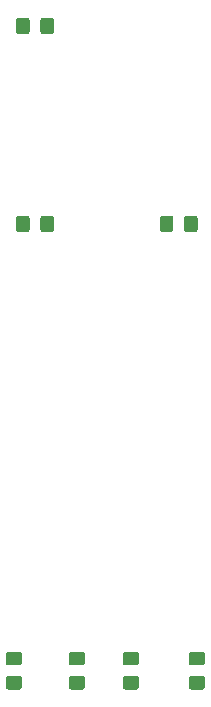
<source format=gbr>
G04 #@! TF.GenerationSoftware,KiCad,Pcbnew,(5.1.5-0-10_14)*
G04 #@! TF.CreationDate,2021-03-12T21:21:17+01:00*
G04 #@! TF.ProjectId,es_base,65735f62-6173-4652-9e6b-696361645f70,rev?*
G04 #@! TF.SameCoordinates,Original*
G04 #@! TF.FileFunction,Paste,Top*
G04 #@! TF.FilePolarity,Positive*
%FSLAX46Y46*%
G04 Gerber Fmt 4.6, Leading zero omitted, Abs format (unit mm)*
G04 Created by KiCad (PCBNEW (5.1.5-0-10_14)) date 2021-03-12 21:21:17*
%MOMM*%
%LPD*%
G04 APERTURE LIST*
%ADD10C,0.100000*%
G04 APERTURE END LIST*
D10*
G36*
X135348505Y-118280204D02*
G01*
X135372773Y-118283804D01*
X135396572Y-118289765D01*
X135419671Y-118298030D01*
X135441850Y-118308520D01*
X135462893Y-118321132D01*
X135482599Y-118335747D01*
X135500777Y-118352223D01*
X135517253Y-118370401D01*
X135531868Y-118390107D01*
X135544480Y-118411150D01*
X135554970Y-118433329D01*
X135563235Y-118456428D01*
X135569196Y-118480227D01*
X135572796Y-118504495D01*
X135574000Y-118528999D01*
X135574000Y-119179001D01*
X135572796Y-119203505D01*
X135569196Y-119227773D01*
X135563235Y-119251572D01*
X135554970Y-119274671D01*
X135544480Y-119296850D01*
X135531868Y-119317893D01*
X135517253Y-119337599D01*
X135500777Y-119355777D01*
X135482599Y-119372253D01*
X135462893Y-119386868D01*
X135441850Y-119399480D01*
X135419671Y-119409970D01*
X135396572Y-119418235D01*
X135372773Y-119424196D01*
X135348505Y-119427796D01*
X135324001Y-119429000D01*
X134423999Y-119429000D01*
X134399495Y-119427796D01*
X134375227Y-119424196D01*
X134351428Y-119418235D01*
X134328329Y-119409970D01*
X134306150Y-119399480D01*
X134285107Y-119386868D01*
X134265401Y-119372253D01*
X134247223Y-119355777D01*
X134230747Y-119337599D01*
X134216132Y-119317893D01*
X134203520Y-119296850D01*
X134193030Y-119274671D01*
X134184765Y-119251572D01*
X134178804Y-119227773D01*
X134175204Y-119203505D01*
X134174000Y-119179001D01*
X134174000Y-118528999D01*
X134175204Y-118504495D01*
X134178804Y-118480227D01*
X134184765Y-118456428D01*
X134193030Y-118433329D01*
X134203520Y-118411150D01*
X134216132Y-118390107D01*
X134230747Y-118370401D01*
X134247223Y-118352223D01*
X134265401Y-118335747D01*
X134285107Y-118321132D01*
X134306150Y-118308520D01*
X134328329Y-118298030D01*
X134351428Y-118289765D01*
X134375227Y-118283804D01*
X134399495Y-118280204D01*
X134423999Y-118279000D01*
X135324001Y-118279000D01*
X135348505Y-118280204D01*
G37*
G36*
X135348505Y-120330204D02*
G01*
X135372773Y-120333804D01*
X135396572Y-120339765D01*
X135419671Y-120348030D01*
X135441850Y-120358520D01*
X135462893Y-120371132D01*
X135482599Y-120385747D01*
X135500777Y-120402223D01*
X135517253Y-120420401D01*
X135531868Y-120440107D01*
X135544480Y-120461150D01*
X135554970Y-120483329D01*
X135563235Y-120506428D01*
X135569196Y-120530227D01*
X135572796Y-120554495D01*
X135574000Y-120578999D01*
X135574000Y-121229001D01*
X135572796Y-121253505D01*
X135569196Y-121277773D01*
X135563235Y-121301572D01*
X135554970Y-121324671D01*
X135544480Y-121346850D01*
X135531868Y-121367893D01*
X135517253Y-121387599D01*
X135500777Y-121405777D01*
X135482599Y-121422253D01*
X135462893Y-121436868D01*
X135441850Y-121449480D01*
X135419671Y-121459970D01*
X135396572Y-121468235D01*
X135372773Y-121474196D01*
X135348505Y-121477796D01*
X135324001Y-121479000D01*
X134423999Y-121479000D01*
X134399495Y-121477796D01*
X134375227Y-121474196D01*
X134351428Y-121468235D01*
X134328329Y-121459970D01*
X134306150Y-121449480D01*
X134285107Y-121436868D01*
X134265401Y-121422253D01*
X134247223Y-121405777D01*
X134230747Y-121387599D01*
X134216132Y-121367893D01*
X134203520Y-121346850D01*
X134193030Y-121324671D01*
X134184765Y-121301572D01*
X134178804Y-121277773D01*
X134175204Y-121253505D01*
X134174000Y-121229001D01*
X134174000Y-120578999D01*
X134175204Y-120554495D01*
X134178804Y-120530227D01*
X134184765Y-120506428D01*
X134193030Y-120483329D01*
X134203520Y-120461150D01*
X134216132Y-120440107D01*
X134230747Y-120420401D01*
X134247223Y-120402223D01*
X134265401Y-120385747D01*
X134285107Y-120371132D01*
X134306150Y-120358520D01*
X134328329Y-120348030D01*
X134351428Y-120339765D01*
X134375227Y-120333804D01*
X134399495Y-120330204D01*
X134423999Y-120329000D01*
X135324001Y-120329000D01*
X135348505Y-120330204D01*
G37*
G36*
X129760505Y-118280204D02*
G01*
X129784773Y-118283804D01*
X129808572Y-118289765D01*
X129831671Y-118298030D01*
X129853850Y-118308520D01*
X129874893Y-118321132D01*
X129894599Y-118335747D01*
X129912777Y-118352223D01*
X129929253Y-118370401D01*
X129943868Y-118390107D01*
X129956480Y-118411150D01*
X129966970Y-118433329D01*
X129975235Y-118456428D01*
X129981196Y-118480227D01*
X129984796Y-118504495D01*
X129986000Y-118528999D01*
X129986000Y-119179001D01*
X129984796Y-119203505D01*
X129981196Y-119227773D01*
X129975235Y-119251572D01*
X129966970Y-119274671D01*
X129956480Y-119296850D01*
X129943868Y-119317893D01*
X129929253Y-119337599D01*
X129912777Y-119355777D01*
X129894599Y-119372253D01*
X129874893Y-119386868D01*
X129853850Y-119399480D01*
X129831671Y-119409970D01*
X129808572Y-119418235D01*
X129784773Y-119424196D01*
X129760505Y-119427796D01*
X129736001Y-119429000D01*
X128835999Y-119429000D01*
X128811495Y-119427796D01*
X128787227Y-119424196D01*
X128763428Y-119418235D01*
X128740329Y-119409970D01*
X128718150Y-119399480D01*
X128697107Y-119386868D01*
X128677401Y-119372253D01*
X128659223Y-119355777D01*
X128642747Y-119337599D01*
X128628132Y-119317893D01*
X128615520Y-119296850D01*
X128605030Y-119274671D01*
X128596765Y-119251572D01*
X128590804Y-119227773D01*
X128587204Y-119203505D01*
X128586000Y-119179001D01*
X128586000Y-118528999D01*
X128587204Y-118504495D01*
X128590804Y-118480227D01*
X128596765Y-118456428D01*
X128605030Y-118433329D01*
X128615520Y-118411150D01*
X128628132Y-118390107D01*
X128642747Y-118370401D01*
X128659223Y-118352223D01*
X128677401Y-118335747D01*
X128697107Y-118321132D01*
X128718150Y-118308520D01*
X128740329Y-118298030D01*
X128763428Y-118289765D01*
X128787227Y-118283804D01*
X128811495Y-118280204D01*
X128835999Y-118279000D01*
X129736001Y-118279000D01*
X129760505Y-118280204D01*
G37*
G36*
X129760505Y-120330204D02*
G01*
X129784773Y-120333804D01*
X129808572Y-120339765D01*
X129831671Y-120348030D01*
X129853850Y-120358520D01*
X129874893Y-120371132D01*
X129894599Y-120385747D01*
X129912777Y-120402223D01*
X129929253Y-120420401D01*
X129943868Y-120440107D01*
X129956480Y-120461150D01*
X129966970Y-120483329D01*
X129975235Y-120506428D01*
X129981196Y-120530227D01*
X129984796Y-120554495D01*
X129986000Y-120578999D01*
X129986000Y-121229001D01*
X129984796Y-121253505D01*
X129981196Y-121277773D01*
X129975235Y-121301572D01*
X129966970Y-121324671D01*
X129956480Y-121346850D01*
X129943868Y-121367893D01*
X129929253Y-121387599D01*
X129912777Y-121405777D01*
X129894599Y-121422253D01*
X129874893Y-121436868D01*
X129853850Y-121449480D01*
X129831671Y-121459970D01*
X129808572Y-121468235D01*
X129784773Y-121474196D01*
X129760505Y-121477796D01*
X129736001Y-121479000D01*
X128835999Y-121479000D01*
X128811495Y-121477796D01*
X128787227Y-121474196D01*
X128763428Y-121468235D01*
X128740329Y-121459970D01*
X128718150Y-121449480D01*
X128697107Y-121436868D01*
X128677401Y-121422253D01*
X128659223Y-121405777D01*
X128642747Y-121387599D01*
X128628132Y-121367893D01*
X128615520Y-121346850D01*
X128605030Y-121324671D01*
X128596765Y-121301572D01*
X128590804Y-121277773D01*
X128587204Y-121253505D01*
X128586000Y-121229001D01*
X128586000Y-120578999D01*
X128587204Y-120554495D01*
X128590804Y-120530227D01*
X128596765Y-120506428D01*
X128605030Y-120483329D01*
X128615520Y-120461150D01*
X128628132Y-120440107D01*
X128642747Y-120420401D01*
X128659223Y-120402223D01*
X128677401Y-120385747D01*
X128697107Y-120371132D01*
X128718150Y-120358520D01*
X128740329Y-120348030D01*
X128763428Y-120339765D01*
X128787227Y-120333804D01*
X128811495Y-120330204D01*
X128835999Y-120329000D01*
X129736001Y-120329000D01*
X129760505Y-120330204D01*
G37*
G36*
X125188505Y-118280204D02*
G01*
X125212773Y-118283804D01*
X125236572Y-118289765D01*
X125259671Y-118298030D01*
X125281850Y-118308520D01*
X125302893Y-118321132D01*
X125322599Y-118335747D01*
X125340777Y-118352223D01*
X125357253Y-118370401D01*
X125371868Y-118390107D01*
X125384480Y-118411150D01*
X125394970Y-118433329D01*
X125403235Y-118456428D01*
X125409196Y-118480227D01*
X125412796Y-118504495D01*
X125414000Y-118528999D01*
X125414000Y-119179001D01*
X125412796Y-119203505D01*
X125409196Y-119227773D01*
X125403235Y-119251572D01*
X125394970Y-119274671D01*
X125384480Y-119296850D01*
X125371868Y-119317893D01*
X125357253Y-119337599D01*
X125340777Y-119355777D01*
X125322599Y-119372253D01*
X125302893Y-119386868D01*
X125281850Y-119399480D01*
X125259671Y-119409970D01*
X125236572Y-119418235D01*
X125212773Y-119424196D01*
X125188505Y-119427796D01*
X125164001Y-119429000D01*
X124263999Y-119429000D01*
X124239495Y-119427796D01*
X124215227Y-119424196D01*
X124191428Y-119418235D01*
X124168329Y-119409970D01*
X124146150Y-119399480D01*
X124125107Y-119386868D01*
X124105401Y-119372253D01*
X124087223Y-119355777D01*
X124070747Y-119337599D01*
X124056132Y-119317893D01*
X124043520Y-119296850D01*
X124033030Y-119274671D01*
X124024765Y-119251572D01*
X124018804Y-119227773D01*
X124015204Y-119203505D01*
X124014000Y-119179001D01*
X124014000Y-118528999D01*
X124015204Y-118504495D01*
X124018804Y-118480227D01*
X124024765Y-118456428D01*
X124033030Y-118433329D01*
X124043520Y-118411150D01*
X124056132Y-118390107D01*
X124070747Y-118370401D01*
X124087223Y-118352223D01*
X124105401Y-118335747D01*
X124125107Y-118321132D01*
X124146150Y-118308520D01*
X124168329Y-118298030D01*
X124191428Y-118289765D01*
X124215227Y-118283804D01*
X124239495Y-118280204D01*
X124263999Y-118279000D01*
X125164001Y-118279000D01*
X125188505Y-118280204D01*
G37*
G36*
X125188505Y-120330204D02*
G01*
X125212773Y-120333804D01*
X125236572Y-120339765D01*
X125259671Y-120348030D01*
X125281850Y-120358520D01*
X125302893Y-120371132D01*
X125322599Y-120385747D01*
X125340777Y-120402223D01*
X125357253Y-120420401D01*
X125371868Y-120440107D01*
X125384480Y-120461150D01*
X125394970Y-120483329D01*
X125403235Y-120506428D01*
X125409196Y-120530227D01*
X125412796Y-120554495D01*
X125414000Y-120578999D01*
X125414000Y-121229001D01*
X125412796Y-121253505D01*
X125409196Y-121277773D01*
X125403235Y-121301572D01*
X125394970Y-121324671D01*
X125384480Y-121346850D01*
X125371868Y-121367893D01*
X125357253Y-121387599D01*
X125340777Y-121405777D01*
X125322599Y-121422253D01*
X125302893Y-121436868D01*
X125281850Y-121449480D01*
X125259671Y-121459970D01*
X125236572Y-121468235D01*
X125212773Y-121474196D01*
X125188505Y-121477796D01*
X125164001Y-121479000D01*
X124263999Y-121479000D01*
X124239495Y-121477796D01*
X124215227Y-121474196D01*
X124191428Y-121468235D01*
X124168329Y-121459970D01*
X124146150Y-121449480D01*
X124125107Y-121436868D01*
X124105401Y-121422253D01*
X124087223Y-121405777D01*
X124070747Y-121387599D01*
X124056132Y-121367893D01*
X124043520Y-121346850D01*
X124033030Y-121324671D01*
X124024765Y-121301572D01*
X124018804Y-121277773D01*
X124015204Y-121253505D01*
X124014000Y-121229001D01*
X124014000Y-120578999D01*
X124015204Y-120554495D01*
X124018804Y-120530227D01*
X124024765Y-120506428D01*
X124033030Y-120483329D01*
X124043520Y-120461150D01*
X124056132Y-120440107D01*
X124070747Y-120420401D01*
X124087223Y-120402223D01*
X124105401Y-120385747D01*
X124125107Y-120371132D01*
X124146150Y-120358520D01*
X124168329Y-120348030D01*
X124191428Y-120339765D01*
X124215227Y-120333804D01*
X124239495Y-120330204D01*
X124263999Y-120329000D01*
X125164001Y-120329000D01*
X125188505Y-120330204D01*
G37*
G36*
X119854505Y-118280204D02*
G01*
X119878773Y-118283804D01*
X119902572Y-118289765D01*
X119925671Y-118298030D01*
X119947850Y-118308520D01*
X119968893Y-118321132D01*
X119988599Y-118335747D01*
X120006777Y-118352223D01*
X120023253Y-118370401D01*
X120037868Y-118390107D01*
X120050480Y-118411150D01*
X120060970Y-118433329D01*
X120069235Y-118456428D01*
X120075196Y-118480227D01*
X120078796Y-118504495D01*
X120080000Y-118528999D01*
X120080000Y-119179001D01*
X120078796Y-119203505D01*
X120075196Y-119227773D01*
X120069235Y-119251572D01*
X120060970Y-119274671D01*
X120050480Y-119296850D01*
X120037868Y-119317893D01*
X120023253Y-119337599D01*
X120006777Y-119355777D01*
X119988599Y-119372253D01*
X119968893Y-119386868D01*
X119947850Y-119399480D01*
X119925671Y-119409970D01*
X119902572Y-119418235D01*
X119878773Y-119424196D01*
X119854505Y-119427796D01*
X119830001Y-119429000D01*
X118929999Y-119429000D01*
X118905495Y-119427796D01*
X118881227Y-119424196D01*
X118857428Y-119418235D01*
X118834329Y-119409970D01*
X118812150Y-119399480D01*
X118791107Y-119386868D01*
X118771401Y-119372253D01*
X118753223Y-119355777D01*
X118736747Y-119337599D01*
X118722132Y-119317893D01*
X118709520Y-119296850D01*
X118699030Y-119274671D01*
X118690765Y-119251572D01*
X118684804Y-119227773D01*
X118681204Y-119203505D01*
X118680000Y-119179001D01*
X118680000Y-118528999D01*
X118681204Y-118504495D01*
X118684804Y-118480227D01*
X118690765Y-118456428D01*
X118699030Y-118433329D01*
X118709520Y-118411150D01*
X118722132Y-118390107D01*
X118736747Y-118370401D01*
X118753223Y-118352223D01*
X118771401Y-118335747D01*
X118791107Y-118321132D01*
X118812150Y-118308520D01*
X118834329Y-118298030D01*
X118857428Y-118289765D01*
X118881227Y-118283804D01*
X118905495Y-118280204D01*
X118929999Y-118279000D01*
X119830001Y-118279000D01*
X119854505Y-118280204D01*
G37*
G36*
X119854505Y-120330204D02*
G01*
X119878773Y-120333804D01*
X119902572Y-120339765D01*
X119925671Y-120348030D01*
X119947850Y-120358520D01*
X119968893Y-120371132D01*
X119988599Y-120385747D01*
X120006777Y-120402223D01*
X120023253Y-120420401D01*
X120037868Y-120440107D01*
X120050480Y-120461150D01*
X120060970Y-120483329D01*
X120069235Y-120506428D01*
X120075196Y-120530227D01*
X120078796Y-120554495D01*
X120080000Y-120578999D01*
X120080000Y-121229001D01*
X120078796Y-121253505D01*
X120075196Y-121277773D01*
X120069235Y-121301572D01*
X120060970Y-121324671D01*
X120050480Y-121346850D01*
X120037868Y-121367893D01*
X120023253Y-121387599D01*
X120006777Y-121405777D01*
X119988599Y-121422253D01*
X119968893Y-121436868D01*
X119947850Y-121449480D01*
X119925671Y-121459970D01*
X119902572Y-121468235D01*
X119878773Y-121474196D01*
X119854505Y-121477796D01*
X119830001Y-121479000D01*
X118929999Y-121479000D01*
X118905495Y-121477796D01*
X118881227Y-121474196D01*
X118857428Y-121468235D01*
X118834329Y-121459970D01*
X118812150Y-121449480D01*
X118791107Y-121436868D01*
X118771401Y-121422253D01*
X118753223Y-121405777D01*
X118736747Y-121387599D01*
X118722132Y-121367893D01*
X118709520Y-121346850D01*
X118699030Y-121324671D01*
X118690765Y-121301572D01*
X118684804Y-121277773D01*
X118681204Y-121253505D01*
X118680000Y-121229001D01*
X118680000Y-120578999D01*
X118681204Y-120554495D01*
X118684804Y-120530227D01*
X118690765Y-120506428D01*
X118699030Y-120483329D01*
X118709520Y-120461150D01*
X118722132Y-120440107D01*
X118736747Y-120420401D01*
X118753223Y-120402223D01*
X118771401Y-120385747D01*
X118791107Y-120371132D01*
X118812150Y-120358520D01*
X118834329Y-120348030D01*
X118857428Y-120339765D01*
X118881227Y-120333804D01*
X118905495Y-120330204D01*
X118929999Y-120329000D01*
X119830001Y-120329000D01*
X119854505Y-120330204D01*
G37*
G36*
X132665505Y-81343204D02*
G01*
X132689773Y-81346804D01*
X132713572Y-81352765D01*
X132736671Y-81361030D01*
X132758850Y-81371520D01*
X132779893Y-81384132D01*
X132799599Y-81398747D01*
X132817777Y-81415223D01*
X132834253Y-81433401D01*
X132848868Y-81453107D01*
X132861480Y-81474150D01*
X132871970Y-81496329D01*
X132880235Y-81519428D01*
X132886196Y-81543227D01*
X132889796Y-81567495D01*
X132891000Y-81591999D01*
X132891000Y-82492001D01*
X132889796Y-82516505D01*
X132886196Y-82540773D01*
X132880235Y-82564572D01*
X132871970Y-82587671D01*
X132861480Y-82609850D01*
X132848868Y-82630893D01*
X132834253Y-82650599D01*
X132817777Y-82668777D01*
X132799599Y-82685253D01*
X132779893Y-82699868D01*
X132758850Y-82712480D01*
X132736671Y-82722970D01*
X132713572Y-82731235D01*
X132689773Y-82737196D01*
X132665505Y-82740796D01*
X132641001Y-82742000D01*
X131990999Y-82742000D01*
X131966495Y-82740796D01*
X131942227Y-82737196D01*
X131918428Y-82731235D01*
X131895329Y-82722970D01*
X131873150Y-82712480D01*
X131852107Y-82699868D01*
X131832401Y-82685253D01*
X131814223Y-82668777D01*
X131797747Y-82650599D01*
X131783132Y-82630893D01*
X131770520Y-82609850D01*
X131760030Y-82587671D01*
X131751765Y-82564572D01*
X131745804Y-82540773D01*
X131742204Y-82516505D01*
X131741000Y-82492001D01*
X131741000Y-81591999D01*
X131742204Y-81567495D01*
X131745804Y-81543227D01*
X131751765Y-81519428D01*
X131760030Y-81496329D01*
X131770520Y-81474150D01*
X131783132Y-81453107D01*
X131797747Y-81433401D01*
X131814223Y-81415223D01*
X131832401Y-81398747D01*
X131852107Y-81384132D01*
X131873150Y-81371520D01*
X131895329Y-81361030D01*
X131918428Y-81352765D01*
X131942227Y-81346804D01*
X131966495Y-81343204D01*
X131990999Y-81342000D01*
X132641001Y-81342000D01*
X132665505Y-81343204D01*
G37*
G36*
X134715505Y-81343204D02*
G01*
X134739773Y-81346804D01*
X134763572Y-81352765D01*
X134786671Y-81361030D01*
X134808850Y-81371520D01*
X134829893Y-81384132D01*
X134849599Y-81398747D01*
X134867777Y-81415223D01*
X134884253Y-81433401D01*
X134898868Y-81453107D01*
X134911480Y-81474150D01*
X134921970Y-81496329D01*
X134930235Y-81519428D01*
X134936196Y-81543227D01*
X134939796Y-81567495D01*
X134941000Y-81591999D01*
X134941000Y-82492001D01*
X134939796Y-82516505D01*
X134936196Y-82540773D01*
X134930235Y-82564572D01*
X134921970Y-82587671D01*
X134911480Y-82609850D01*
X134898868Y-82630893D01*
X134884253Y-82650599D01*
X134867777Y-82668777D01*
X134849599Y-82685253D01*
X134829893Y-82699868D01*
X134808850Y-82712480D01*
X134786671Y-82722970D01*
X134763572Y-82731235D01*
X134739773Y-82737196D01*
X134715505Y-82740796D01*
X134691001Y-82742000D01*
X134040999Y-82742000D01*
X134016495Y-82740796D01*
X133992227Y-82737196D01*
X133968428Y-82731235D01*
X133945329Y-82722970D01*
X133923150Y-82712480D01*
X133902107Y-82699868D01*
X133882401Y-82685253D01*
X133864223Y-82668777D01*
X133847747Y-82650599D01*
X133833132Y-82630893D01*
X133820520Y-82609850D01*
X133810030Y-82587671D01*
X133801765Y-82564572D01*
X133795804Y-82540773D01*
X133792204Y-82516505D01*
X133791000Y-82492001D01*
X133791000Y-81591999D01*
X133792204Y-81567495D01*
X133795804Y-81543227D01*
X133801765Y-81519428D01*
X133810030Y-81496329D01*
X133820520Y-81474150D01*
X133833132Y-81453107D01*
X133847747Y-81433401D01*
X133864223Y-81415223D01*
X133882401Y-81398747D01*
X133902107Y-81384132D01*
X133923150Y-81371520D01*
X133945329Y-81361030D01*
X133968428Y-81352765D01*
X133992227Y-81346804D01*
X134016495Y-81343204D01*
X134040999Y-81342000D01*
X134691001Y-81342000D01*
X134715505Y-81343204D01*
G37*
G36*
X122541505Y-81343204D02*
G01*
X122565773Y-81346804D01*
X122589572Y-81352765D01*
X122612671Y-81361030D01*
X122634850Y-81371520D01*
X122655893Y-81384132D01*
X122675599Y-81398747D01*
X122693777Y-81415223D01*
X122710253Y-81433401D01*
X122724868Y-81453107D01*
X122737480Y-81474150D01*
X122747970Y-81496329D01*
X122756235Y-81519428D01*
X122762196Y-81543227D01*
X122765796Y-81567495D01*
X122767000Y-81591999D01*
X122767000Y-82492001D01*
X122765796Y-82516505D01*
X122762196Y-82540773D01*
X122756235Y-82564572D01*
X122747970Y-82587671D01*
X122737480Y-82609850D01*
X122724868Y-82630893D01*
X122710253Y-82650599D01*
X122693777Y-82668777D01*
X122675599Y-82685253D01*
X122655893Y-82699868D01*
X122634850Y-82712480D01*
X122612671Y-82722970D01*
X122589572Y-82731235D01*
X122565773Y-82737196D01*
X122541505Y-82740796D01*
X122517001Y-82742000D01*
X121866999Y-82742000D01*
X121842495Y-82740796D01*
X121818227Y-82737196D01*
X121794428Y-82731235D01*
X121771329Y-82722970D01*
X121749150Y-82712480D01*
X121728107Y-82699868D01*
X121708401Y-82685253D01*
X121690223Y-82668777D01*
X121673747Y-82650599D01*
X121659132Y-82630893D01*
X121646520Y-82609850D01*
X121636030Y-82587671D01*
X121627765Y-82564572D01*
X121621804Y-82540773D01*
X121618204Y-82516505D01*
X121617000Y-82492001D01*
X121617000Y-81591999D01*
X121618204Y-81567495D01*
X121621804Y-81543227D01*
X121627765Y-81519428D01*
X121636030Y-81496329D01*
X121646520Y-81474150D01*
X121659132Y-81453107D01*
X121673747Y-81433401D01*
X121690223Y-81415223D01*
X121708401Y-81398747D01*
X121728107Y-81384132D01*
X121749150Y-81371520D01*
X121771329Y-81361030D01*
X121794428Y-81352765D01*
X121818227Y-81346804D01*
X121842495Y-81343204D01*
X121866999Y-81342000D01*
X122517001Y-81342000D01*
X122541505Y-81343204D01*
G37*
G36*
X120491505Y-81343204D02*
G01*
X120515773Y-81346804D01*
X120539572Y-81352765D01*
X120562671Y-81361030D01*
X120584850Y-81371520D01*
X120605893Y-81384132D01*
X120625599Y-81398747D01*
X120643777Y-81415223D01*
X120660253Y-81433401D01*
X120674868Y-81453107D01*
X120687480Y-81474150D01*
X120697970Y-81496329D01*
X120706235Y-81519428D01*
X120712196Y-81543227D01*
X120715796Y-81567495D01*
X120717000Y-81591999D01*
X120717000Y-82492001D01*
X120715796Y-82516505D01*
X120712196Y-82540773D01*
X120706235Y-82564572D01*
X120697970Y-82587671D01*
X120687480Y-82609850D01*
X120674868Y-82630893D01*
X120660253Y-82650599D01*
X120643777Y-82668777D01*
X120625599Y-82685253D01*
X120605893Y-82699868D01*
X120584850Y-82712480D01*
X120562671Y-82722970D01*
X120539572Y-82731235D01*
X120515773Y-82737196D01*
X120491505Y-82740796D01*
X120467001Y-82742000D01*
X119816999Y-82742000D01*
X119792495Y-82740796D01*
X119768227Y-82737196D01*
X119744428Y-82731235D01*
X119721329Y-82722970D01*
X119699150Y-82712480D01*
X119678107Y-82699868D01*
X119658401Y-82685253D01*
X119640223Y-82668777D01*
X119623747Y-82650599D01*
X119609132Y-82630893D01*
X119596520Y-82609850D01*
X119586030Y-82587671D01*
X119577765Y-82564572D01*
X119571804Y-82540773D01*
X119568204Y-82516505D01*
X119567000Y-82492001D01*
X119567000Y-81591999D01*
X119568204Y-81567495D01*
X119571804Y-81543227D01*
X119577765Y-81519428D01*
X119586030Y-81496329D01*
X119596520Y-81474150D01*
X119609132Y-81453107D01*
X119623747Y-81433401D01*
X119640223Y-81415223D01*
X119658401Y-81398747D01*
X119678107Y-81384132D01*
X119699150Y-81371520D01*
X119721329Y-81361030D01*
X119744428Y-81352765D01*
X119768227Y-81346804D01*
X119792495Y-81343204D01*
X119816999Y-81342000D01*
X120467001Y-81342000D01*
X120491505Y-81343204D01*
G37*
G36*
X122541505Y-64579204D02*
G01*
X122565773Y-64582804D01*
X122589572Y-64588765D01*
X122612671Y-64597030D01*
X122634850Y-64607520D01*
X122655893Y-64620132D01*
X122675599Y-64634747D01*
X122693777Y-64651223D01*
X122710253Y-64669401D01*
X122724868Y-64689107D01*
X122737480Y-64710150D01*
X122747970Y-64732329D01*
X122756235Y-64755428D01*
X122762196Y-64779227D01*
X122765796Y-64803495D01*
X122767000Y-64827999D01*
X122767000Y-65728001D01*
X122765796Y-65752505D01*
X122762196Y-65776773D01*
X122756235Y-65800572D01*
X122747970Y-65823671D01*
X122737480Y-65845850D01*
X122724868Y-65866893D01*
X122710253Y-65886599D01*
X122693777Y-65904777D01*
X122675599Y-65921253D01*
X122655893Y-65935868D01*
X122634850Y-65948480D01*
X122612671Y-65958970D01*
X122589572Y-65967235D01*
X122565773Y-65973196D01*
X122541505Y-65976796D01*
X122517001Y-65978000D01*
X121866999Y-65978000D01*
X121842495Y-65976796D01*
X121818227Y-65973196D01*
X121794428Y-65967235D01*
X121771329Y-65958970D01*
X121749150Y-65948480D01*
X121728107Y-65935868D01*
X121708401Y-65921253D01*
X121690223Y-65904777D01*
X121673747Y-65886599D01*
X121659132Y-65866893D01*
X121646520Y-65845850D01*
X121636030Y-65823671D01*
X121627765Y-65800572D01*
X121621804Y-65776773D01*
X121618204Y-65752505D01*
X121617000Y-65728001D01*
X121617000Y-64827999D01*
X121618204Y-64803495D01*
X121621804Y-64779227D01*
X121627765Y-64755428D01*
X121636030Y-64732329D01*
X121646520Y-64710150D01*
X121659132Y-64689107D01*
X121673747Y-64669401D01*
X121690223Y-64651223D01*
X121708401Y-64634747D01*
X121728107Y-64620132D01*
X121749150Y-64607520D01*
X121771329Y-64597030D01*
X121794428Y-64588765D01*
X121818227Y-64582804D01*
X121842495Y-64579204D01*
X121866999Y-64578000D01*
X122517001Y-64578000D01*
X122541505Y-64579204D01*
G37*
G36*
X120491505Y-64579204D02*
G01*
X120515773Y-64582804D01*
X120539572Y-64588765D01*
X120562671Y-64597030D01*
X120584850Y-64607520D01*
X120605893Y-64620132D01*
X120625599Y-64634747D01*
X120643777Y-64651223D01*
X120660253Y-64669401D01*
X120674868Y-64689107D01*
X120687480Y-64710150D01*
X120697970Y-64732329D01*
X120706235Y-64755428D01*
X120712196Y-64779227D01*
X120715796Y-64803495D01*
X120717000Y-64827999D01*
X120717000Y-65728001D01*
X120715796Y-65752505D01*
X120712196Y-65776773D01*
X120706235Y-65800572D01*
X120697970Y-65823671D01*
X120687480Y-65845850D01*
X120674868Y-65866893D01*
X120660253Y-65886599D01*
X120643777Y-65904777D01*
X120625599Y-65921253D01*
X120605893Y-65935868D01*
X120584850Y-65948480D01*
X120562671Y-65958970D01*
X120539572Y-65967235D01*
X120515773Y-65973196D01*
X120491505Y-65976796D01*
X120467001Y-65978000D01*
X119816999Y-65978000D01*
X119792495Y-65976796D01*
X119768227Y-65973196D01*
X119744428Y-65967235D01*
X119721329Y-65958970D01*
X119699150Y-65948480D01*
X119678107Y-65935868D01*
X119658401Y-65921253D01*
X119640223Y-65904777D01*
X119623747Y-65886599D01*
X119609132Y-65866893D01*
X119596520Y-65845850D01*
X119586030Y-65823671D01*
X119577765Y-65800572D01*
X119571804Y-65776773D01*
X119568204Y-65752505D01*
X119567000Y-65728001D01*
X119567000Y-64827999D01*
X119568204Y-64803495D01*
X119571804Y-64779227D01*
X119577765Y-64755428D01*
X119586030Y-64732329D01*
X119596520Y-64710150D01*
X119609132Y-64689107D01*
X119623747Y-64669401D01*
X119640223Y-64651223D01*
X119658401Y-64634747D01*
X119678107Y-64620132D01*
X119699150Y-64607520D01*
X119721329Y-64597030D01*
X119744428Y-64588765D01*
X119768227Y-64582804D01*
X119792495Y-64579204D01*
X119816999Y-64578000D01*
X120467001Y-64578000D01*
X120491505Y-64579204D01*
G37*
M02*

</source>
